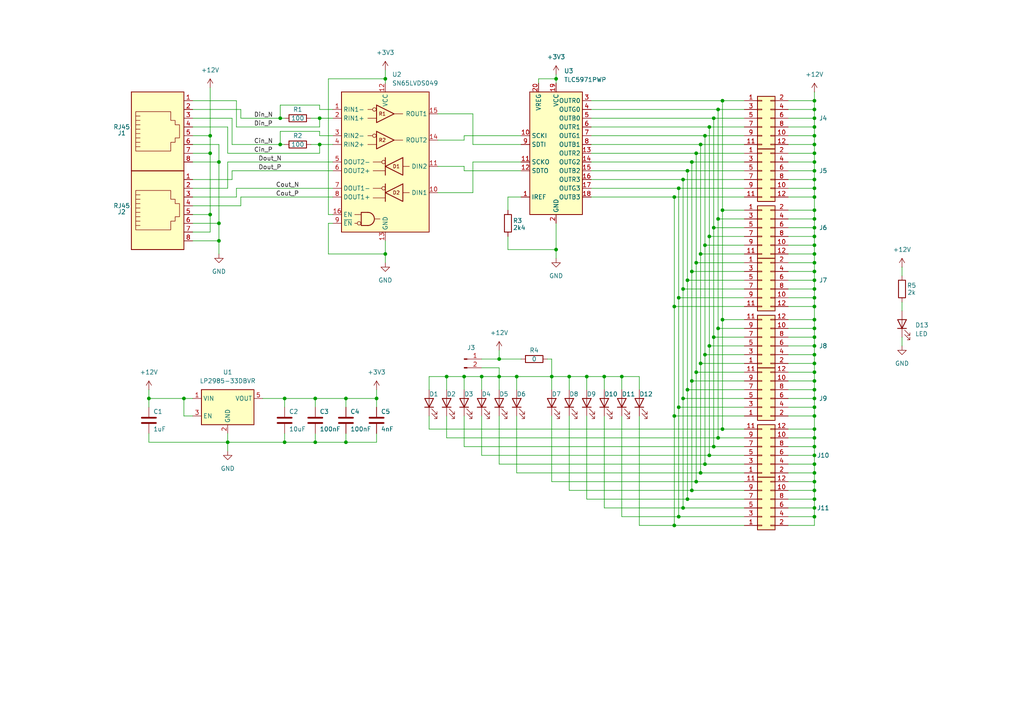
<source format=kicad_sch>
(kicad_sch (version 20231120) (generator "eeschema") (generator_version "8.0")
  (paper "A4")
  (lib_symbols
    (symbol "Connector:Conn_01x02_Pin" (pin_names (offset 1.016) hide)
      (property "Reference" "J" (at 0 2.54 0))
      (property "Value" "Conn_01x02_Pin" (at 0 -5.08 0))
      (symbol "Conn_01x02_Pin_1_1"
        (polyline (pts (xy 1.27 -2.54) (xy 0.8636 -2.54)) (stroke (width 0.1524)))
        (polyline (pts (xy 1.27 0) (xy 0.8636 0)) (stroke (width 0.1524)))
        (rectangle (start 0.8636 -2.413) (end 0 -2.667) (stroke (width 0.1524)) (fill (type outline)))
        (rectangle (start 0.8636 0.127) (end 0 -0.127) (stroke (width 0.1524)) (fill (type outline)))
        (pin passive line (at 5.08 0 180) (length 3.81) (name "Pin_1") (number "1"))
        (pin passive line (at 5.08 -2.54 180) (length 3.81) (name "Pin_2") (number "2"))
      )
    )
    (symbol "Connector:RJ45" (pin_names (offset 1.016))
      (property "Reference" "J" (at -5.08 13.97 0))
      (property "Value" "RJ45" (at 2.54 13.97 0))
      (symbol "RJ45_0_1"
        (polyline (pts (xy -5.08 4.445) (xy -6.35 4.445)))
        (polyline (pts (xy -5.08 5.715) (xy -6.35 5.715)))
        (polyline (pts (xy -6.35 -3.175) (xy -5.08 -3.175) (xy -5.08 -3.175)))
        (polyline (pts (xy -6.35 -1.905) (xy -5.08 -1.905) (xy -5.08 -1.905)))
        (polyline (pts (xy -6.35 -0.635) (xy -5.08 -0.635) (xy -5.08 -0.635)))
        (polyline (pts (xy -6.35 0.635) (xy -5.08 0.635) (xy -5.08 0.635)))
        (polyline (pts (xy -6.35 1.905) (xy -5.08 1.905) (xy -5.08 1.905)))
        (polyline (pts (xy -5.08 3.175) (xy -6.35 3.175) (xy -6.35 3.175)))
        (polyline (pts (xy -6.35 -4.445) (xy -6.35 6.985) (xy 3.81 6.985) (xy 3.81 4.445) (xy 5.08 4.445) (xy 5.08 3.175) (xy 6.35 3.175) (xy 6.35 -0.635) (xy 5.08 -0.635) (xy 5.08 -1.905) (xy 3.81 -1.905) (xy 3.81 -4.445) (xy -6.35 -4.445) (xy -6.35 -4.445)))
        (rectangle (start 7.62 12.7) (end -7.62 -10.16) (stroke (width 0.254)) (fill (type background)))
      )
      (symbol "RJ45_1_1"
        (pin passive line (at 10.16 -7.62 180) (length 2.54) (name "~") (number "1"))
        (pin passive line (at 10.16 -5.08 180) (length 2.54) (name "~") (number "2"))
        (pin passive line (at 10.16 -2.54 180) (length 2.54) (name "~") (number "3"))
        (pin passive line (at 10.16 0 180) (length 2.54) (name "~") (number "4"))
        (pin passive line (at 10.16 2.54 180) (length 2.54) (name "~") (number "5"))
        (pin passive line (at 10.16 5.08 180) (length 2.54) (name "~") (number "6"))
        (pin passive line (at 10.16 7.62 180) (length 2.54) (name "~") (number "7"))
        (pin passive line (at 10.16 10.16 180) (length 2.54) (name "~") (number "8"))
      )
    )
    (symbol "Connector_Generic:Conn_02x06_Odd_Even" (pin_names (offset 1.016) hide)
      (property "Reference" "J" (at 1.27 7.62 0))
      (property "Value" "Conn_02x06_Odd_Even" (at 1.27 -10.16 0))
      (symbol "Conn_02x06_Odd_Even_1_1"
        (rectangle (start -1.27 -7.493) (end 0 -7.747) (stroke (width 0.1524)))
        (rectangle (start -1.27 -4.953) (end 0 -5.207) (stroke (width 0.1524)))
        (rectangle (start -1.27 -2.413) (end 0 -2.667) (stroke (width 0.1524)))
        (rectangle (start -1.27 0.127) (end 0 -0.127) (stroke (width 0.1524)))
        (rectangle (start -1.27 2.667) (end 0 2.413) (stroke (width 0.1524)))
        (rectangle (start -1.27 5.207) (end 0 4.953) (stroke (width 0.1524)))
        (rectangle (start -1.27 6.35) (end 3.81 -8.89) (stroke (width 0.254)) (fill (type background)))
        (rectangle (start 3.81 -7.493) (end 2.54 -7.747) (stroke (width 0.1524)))
        (rectangle (start 3.81 -4.953) (end 2.54 -5.207) (stroke (width 0.1524)))
        (rectangle (start 3.81 -2.413) (end 2.54 -2.667) (stroke (width 0.1524)))
        (rectangle (start 3.81 0.127) (end 2.54 -0.127) (stroke (width 0.1524)))
        (rectangle (start 3.81 2.667) (end 2.54 2.413) (stroke (width 0.1524)))
        (rectangle (start 3.81 5.207) (end 2.54 4.953) (stroke (width 0.1524)))
        (pin passive line (at -5.08 5.08 0) (length 3.81) (name "Pin_1") (number "1"))
        (pin passive line (at 7.62 -5.08 180) (length 3.81) (name "Pin_10") (number "10"))
        (pin passive line (at -5.08 -7.62 0) (length 3.81) (name "Pin_11") (number "11"))
        (pin passive line (at 7.62 -7.62 180) (length 3.81) (name "Pin_12") (number "12"))
        (pin passive line (at 7.62 5.08 180) (length 3.81) (name "Pin_2") (number "2"))
        (pin passive line (at -5.08 2.54 0) (length 3.81) (name "Pin_3") (number "3"))
        (pin passive line (at 7.62 2.54 180) (length 3.81) (name "Pin_4") (number "4"))
        (pin passive line (at -5.08 0 0) (length 3.81) (name "Pin_5") (number "5"))
        (pin passive line (at 7.62 0 180) (length 3.81) (name "Pin_6") (number "6"))
        (pin passive line (at -5.08 -2.54 0) (length 3.81) (name "Pin_7") (number "7"))
        (pin passive line (at 7.62 -2.54 180) (length 3.81) (name "Pin_8") (number "8"))
        (pin passive line (at -5.08 -5.08 0) (length 3.81) (name "Pin_9") (number "9"))
      )
    )
    (symbol "Device:C" (pin_numbers hide) (pin_names (offset 0.254))
      (property "Reference" "C" (at 0.635 2.54 0))
      (property "Value" "C" (at 0.635 -2.54 0))
      (symbol "C_0_1"
        (polyline (pts (xy -2.032 -0.762) (xy 2.032 -0.762)) (stroke (width 0.508)))
        (polyline (pts (xy -2.032 0.762) (xy 2.032 0.762)) (stroke (width 0.508)))
      )
      (symbol "C_1_1"
        (pin passive line (at 0 3.81 270) (length 2.794) (name "~") (number "1"))
        (pin passive line (at 0 -3.81 90) (length 2.794) (name "~") (number "2"))
      )
    )
    (symbol "Device:LED" (pin_numbers hide) (pin_names (offset 1.016) hide)
      (property "Reference" "D" (at 0 2.54 0))
      (property "Value" "LED" (at 0 -2.54 0))
      (symbol "LED_0_1"
        (polyline (pts (xy -1.27 -1.27) (xy -1.27 1.27)) (stroke (width 0.254)))
        (polyline (pts (xy -1.27 0) (xy 1.27 0)))
        (polyline (pts (xy 1.27 -1.27) (xy 1.27 1.27) (xy -1.27 0) (xy 1.27 -1.27)) (stroke (width 0.254)))
        (polyline (pts (xy -3.048 -0.762) (xy -4.572 -2.286) (xy -3.81 -2.286) (xy -4.572 -2.286) (xy -4.572 -1.524)))
        (polyline (pts (xy -1.778 -0.762) (xy -3.302 -2.286) (xy -2.54 -2.286) (xy -3.302 -2.286) (xy -3.302 -1.524)))
      )
      (symbol "LED_1_1"
        (pin passive line (at -3.81 0 0) (length 2.54) (name "K") (number "1"))
        (pin passive line (at 3.81 0 180) (length 2.54) (name "A") (number "2"))
      )
    )
    (symbol "Device:R" (pin_numbers hide) (pin_names (offset 0))
      (property "Reference" "R" (at 2.032 0 90))
      (property "Value" "R" (at 0 0 90))
      (symbol "R_0_1"
        (rectangle (start -1.016 -2.54) (end 1.016 2.54) (stroke (width 0.254)))
      )
      (symbol "R_1_1"
        (pin passive line (at 0 3.81 270) (length 1.27) (name "~") (number "1"))
        (pin passive line (at 0 -3.81 90) (length 1.27) (name "~") (number "2"))
      )
    )
    (symbol "Driver_LED:TLC5971PWP"
      (property "Reference" "U" (at 1.27 19.05 0))
      (property "Value" "TLC5971PWP" (at 1.27 -19.05 0))
      (symbol "TLC5971PWP_0_1"
        (rectangle (start -7.62 17.78) (end 7.62 -17.78) (stroke (width 0.254)) (fill (type background)))
        (pin input line (at -10.16 5.08 0) (length 2.54) (name "SCKI") (number "10"))
        (pin open_collector line (at 10.16 0 180) (length 2.54) (name "OUTR2") (number "13"))
        (pin open_collector line (at 10.16 -2.54 180) (length 2.54) (name "OUTG2") (number "14"))
        (pin open_collector line (at 10.16 -5.08 180) (length 2.54) (name "OUTB2") (number "15"))
        (pin open_collector line (at 10.16 -7.62 180) (length 2.54) (name "OUTR3") (number "16"))
        (pin open_collector line (at 10.16 -10.16 180) (length 2.54) (name "OUTG3") (number "17"))
        (pin open_collector line (at 10.16 -12.7 180) (length 2.54) (name "OUTB3") (number "18"))
        (pin power_in line (at 0 20.32 270) (length 2.54) (name "VCC") (number "19"))
        (pin power_in line (at 0 -20.32 90) (length 2.54) (name "GND") (number "2"))
        (pin passive line (at -5.08 20.32 270) (length 2.54) (name "VREG") (number "20"))
        (pin passive line (at 0 -20.32 90) (length 2.54) hide (name "GND") (number "21"))
        (pin open_collector line (at 10.16 15.24 180) (length 2.54) (name "OUTR0") (number "3"))
        (pin open_collector line (at 10.16 12.7 180) (length 2.54) (name "OUTG0") (number "4"))
        (pin open_collector line (at 10.16 10.16 180) (length 2.54) (name "OUTB0") (number "5"))
        (pin open_collector line (at 10.16 7.62 180) (length 2.54) (name "OUTR1") (number "6"))
        (pin open_collector line (at 10.16 5.08 180) (length 2.54) (name "OUTG1") (number "7"))
        (pin open_collector line (at 10.16 2.54 180) (length 2.54) (name "OUTB1") (number "8"))
        (pin input line (at -10.16 2.54 0) (length 2.54) (name "SDTI") (number "9"))
      )
      (symbol "TLC5971PWP_1_1"
        (pin passive line (at -10.16 -12.7 0) (length 2.54) (name "IREF") (number "1"))
        (pin output line (at -10.16 -2.54 0) (length 2.54) (name "SCKO") (number "11"))
        (pin output line (at -10.16 -5.08 0) (length 2.54) (name "SDTO") (number "12"))
      )
    )
    (symbol "My_New_Library:SN65LVDS049"
      (property "Reference" "U" (at -12.7 21.59 0))
      (property "Value" "SN65LVDS049" (at 1.27 21.59 0))
      (symbol "SN65LVDS049_0_1"
        (polyline (pts (xy -3.81 7.62) (xy -5.08 7.62)))
        (polyline (pts (xy -3.81 15.24) (xy -5.08 15.24)))
        (polyline (pts (xy -2.54 5.08) (xy -5.08 5.08)))
        (polyline (pts (xy -2.54 12.7) (xy -5.08 12.7)))
        (polyline (pts (xy 2.54 6.35) (xy 5.08 6.35)))
        (polyline (pts (xy 2.54 13.97) (xy 5.08 13.97)))
      )
      (symbol "SN65LVDS049_1_0"
        (rectangle (start -12.7 20.32) (end 12.7 -20.32) (stroke (width 0.254)) (fill (type background)))
        (circle (center -7.62 -17.78) (radius 0.508))
        (circle (center -3.175 7.62) (radius 0.508))
        (circle (center -3.175 15.24) (radius 0.508))
        (circle (center -0.508 -7.62) (radius 0.508))
        (circle (center -0.508 0) (radius 0.508))
        (polyline (pts (xy -3.556 -2.54) (xy 0 -2.54)))
        (polyline (pts (xy -3.048 -16.51) (xy -1.524 -16.51)))
        (polyline (pts (xy -1.016 -7.62) (xy -3.556 -7.62)))
        (polyline (pts (xy -1.016 0) (xy -3.556 0)))
        (polyline (pts (xy 0 -10.414) (xy -3.556 -10.414)))
        (polyline (pts (xy 0 -6.35) (xy 0 -11.43)) (stroke (width 0.254)))
        (polyline (pts (xy 0 1.27) (xy 0 -3.81)) (stroke (width 0.254)))
        (polyline (pts (xy 5.08 -8.89) (xy 6.985 -8.89)))
        (polyline (pts (xy 5.08 -1.27) (xy 6.985 -1.27)))
        (text "D1" (at 3.175 -1.27 0) (effects (font (size 1.016 1.016))))
        (text "D2" (at 3.175 -8.89 0) (effects (font (size 1.016 1.016))))
        (text "R1" (at -0.889 13.97 0) (effects (font (size 1.016 1.016))))
        (text "R2" (at -0.889 6.35 0) (effects (font (size 1.016 1.016))))
      )
      (symbol "SN65LVDS049_1_1"
        (arc (start -5.08 -18.415) (mid -3.1833 -16.51) (end -5.08 -14.605) (stroke (width 0.254)))
        (polyline (pts (xy -8.89 -17.78) (xy -8.128 -17.78)))
        (polyline (pts (xy -8.89 -15.24) (xy -6.985 -15.24)))
        (polyline (pts (xy -5.08 -14.605) (xy -6.985 -14.605) (xy -6.985 -18.415) (xy -5.08 -18.415)) (stroke (width 0.254)))
        (polyline (pts (xy -2.54 8.89) (xy -2.54 3.81) (xy 2.54 6.35) (xy -2.54 8.89)) (stroke (width 0.254)))
        (polyline (pts (xy -2.54 16.51) (xy -2.54 11.43) (xy 2.54 13.97) (xy -2.54 16.51)) (stroke (width 0.254)))
        (polyline (pts (xy 5.08 -6.35) (xy 5.08 -11.43) (xy 0 -8.89) (xy 5.08 -6.35)) (stroke (width 0.254)))
        (polyline (pts (xy 5.08 1.27) (xy 5.08 -3.81) (xy 0 -1.27) (xy 5.08 1.27)) (stroke (width 0.254)))
        (pin input line (at -15.24 15.24 0) (length 2.54) (name "RIN1-") (number "1"))
        (pin input line (at 15.24 -8.89 180) (length 2.54) (name "DIN1") (number "10"))
        (pin input line (at 15.24 -1.27 180) (length 2.54) (name "DIN2") (number "11"))
        (pin power_in line (at 0 22.86 270) (length 2.54) (name "VCC") (number "12"))
        (pin power_in line (at 0 -22.86 90) (length 2.54) (name "GND") (number "13"))
        (pin output line (at 15.24 6.35 180) (length 2.54) (name "ROUT2") (number "14"))
        (pin output line (at 15.24 13.97 180) (length 2.54) (name "ROUT1") (number "15"))
        (pin input line (at -15.24 -15.24 0) (length 2.54) (name "EN") (number "16"))
        (pin input line (at -15.24 12.7 0) (length 2.54) (name "RIN1+") (number "2"))
        (pin input line (at -15.24 7.62 0) (length 2.54) (name "RIN2-") (number "3"))
        (pin input line (at -15.24 5.08 0) (length 2.54) (name "RIN2+") (number "4"))
        (pin output line (at -15.24 0 0) (length 2.54) (name "DOUT2-") (number "5"))
        (pin output line (at -15.24 -2.54 0) (length 2.54) (name "DOUT2+") (number "6"))
        (pin output line (at -15.24 -7.62 0) (length 2.54) (name "DOUT1-") (number "7"))
        (pin output line (at -15.24 -10.16 0) (length 2.54) (name "DOUT1+") (number "8"))
        (pin input line (at -15.24 -17.78 0) (length 2.54) (name "~{EN}") (number "9"))
      )
    )
    (symbol "Regulator_Linear:MIC5504-3.3YM5"
      (property "Reference" "U" (at -7.62 8.89 0))
      (property "Value" "MIC5504-3.3YM5" (at -7.62 6.35 0))
      (symbol "MIC5504-3.3YM5_0_1"
        (rectangle (start -7.62 -5.08) (end 7.62 5.08) (stroke (width 0.254)) (fill (type background)))
      )
      (symbol "MIC5504-3.3YM5_1_1"
        (pin power_in line (at -10.16 2.54 0) (length 2.54) (name "VIN") (number "1"))
        (pin power_in line (at 0 -7.62 90) (length 2.54) (name "GND") (number "2"))
        (pin input line (at -10.16 -2.54 0) (length 2.54) (name "EN") (number "3"))
        (pin no_connect line (at 7.62 -2.54 180) (length 2.54) hide (name "NC") (number "4"))
        (pin power_out line (at 10.16 2.54 180) (length 2.54) (name "VOUT") (number "5"))
      )
    )
    (symbol "power:+12V" (power) (pin_numbers hide) (pin_names (offset 0) hide)
      (property "Value" "+12V" (at 0 3.556 0))
      (symbol "+12V_0_1"
        (polyline (pts (xy -0.762 1.27) (xy 0 2.54)))
        (polyline (pts (xy 0 0) (xy 0 2.54)))
        (polyline (pts (xy 0 2.54) (xy 0.762 1.27)))
      )
      (symbol "+12V_1_1"
        (pin power_in line (at 0 0 90) (length 0) (name "~") (number "1"))
      )
    )
    (symbol "power:+3V3" (power) (pin_names (offset 0))
      (property "Value" "+3V3" (at 0 3.556 0))
      (symbol "+3V3_0_1"
        (polyline (pts (xy -0.762 1.27) (xy 0 2.54)))
        (polyline (pts (xy 0 0) (xy 0 2.54)))
        (polyline (pts (xy 0 2.54) (xy 0.762 1.27)))
      )
      (symbol "+3V3_1_1"
        (pin power_in line (at 0 0 90) (length 0) hide (name "+3V3") (number "1"))
      )
    )
    (symbol "power:GND" (power) (pin_names (offset 0))
      (property "Value" "GND" (at 0 -3.81 0))
      (symbol "GND_0_1"
        (polyline (pts (xy 0 0) (xy 0 -1.27) (xy 1.27 -1.27) (xy 0 -2.54) (xy -1.27 -1.27) (xy 0 -1.27)))
      )
      (symbol "GND_1_1"
        (pin power_in line (at 0 0 270) (length 0) hide (name "GND") (number "1"))
      )
    )
  )
  (junction (at 60.96 44.45))
  (junction (at 63.5 69.85))
  (junction (at 236.22 88.9))
  (junction (at 236.22 142.24))
  (junction (at 236.22 44.45))
  (junction (at 236.22 54.61))
  (junction (at 236.22 147.32))
  (junction (at 236.22 36.83))
  (junction (at 92.71 41.91))
  (junction (at 204.47 39.37))
  (junction (at 236.22 39.37))
  (junction (at 195.58 152.4))
  (junction (at 236.22 113.03))
  (junction (at 111.76 73.66))
  (junction (at 209.55 124.46))
  (junction (at 236.22 110.49))
  (junction (at 100.33 128.27))
  (junction (at 236.22 129.54))
  (junction (at 161.29 72.39))
  (junction (at 236.22 137.16))
  (junction (at 60.96 39.37))
  (junction (at 208.28 95.25))
  (junction (at 236.22 105.41))
  (junction (at 205.74 36.83))
  (junction (at 144.78 104.14))
  (junction (at 60.96 62.23))
  (junction (at 236.22 63.5))
  (junction (at 236.22 49.53))
  (junction (at 236.22 100.33))
  (junction (at 196.85 86.36))
  (junction (at 201.93 44.45))
  (junction (at 198.12 83.82))
  (junction (at 165.1 109.22))
  (junction (at 129.54 109.22))
  (junction (at 236.22 29.21))
  (junction (at 175.26 109.22))
  (junction (at 236.22 78.74))
  (junction (at 82.55 115.57))
  (junction (at 236.22 115.57))
  (junction (at 236.22 52.07))
  (junction (at 236.22 144.78))
  (junction (at 207.01 97.79))
  (junction (at 236.22 60.96))
  (junction (at 236.22 95.25))
  (junction (at 134.62 109.22))
  (junction (at 236.22 149.86))
  (junction (at 236.22 66.04))
  (junction (at 91.44 128.27))
  (junction (at 207.01 34.29))
  (junction (at 209.55 92.71))
  (junction (at 144.78 109.22))
  (junction (at 195.58 120.65))
  (junction (at 63.5 64.77))
  (junction (at 207.01 66.04))
  (junction (at 236.22 86.36))
  (junction (at 201.93 76.2))
  (junction (at 43.18 115.57))
  (junction (at 236.22 92.71))
  (junction (at 236.22 34.29))
  (junction (at 236.22 73.66))
  (junction (at 203.2 41.91))
  (junction (at 236.22 76.2))
  (junction (at 236.22 41.91))
  (junction (at 236.22 71.12))
  (junction (at 91.44 115.57))
  (junction (at 198.12 147.32))
  (junction (at 236.22 68.58))
  (junction (at 199.39 113.03))
  (junction (at 170.18 109.22))
  (junction (at 198.12 115.57))
  (junction (at 200.66 46.99))
  (junction (at 236.22 107.95))
  (junction (at 208.28 63.5))
  (junction (at 200.66 78.74))
  (junction (at 66.04 128.27))
  (junction (at 236.22 57.15))
  (junction (at 149.86 109.22))
  (junction (at 109.22 115.57))
  (junction (at 196.85 54.61))
  (junction (at 209.55 29.21))
  (junction (at 203.2 105.41))
  (junction (at 196.85 149.86))
  (junction (at 236.22 97.79))
  (junction (at 81.28 34.29))
  (junction (at 180.34 109.22))
  (junction (at 199.39 81.28))
  (junction (at 201.93 139.7))
  (junction (at 161.29 22.86))
  (junction (at 201.93 107.95))
  (junction (at 139.7 109.22))
  (junction (at 236.22 46.99))
  (junction (at 195.58 88.9))
  (junction (at 111.76 22.86))
  (junction (at 204.47 134.62))
  (junction (at 199.39 144.78))
  (junction (at 53.34 115.57))
  (junction (at 199.39 49.53))
  (junction (at 160.02 109.22))
  (junction (at 236.22 118.11))
  (junction (at 236.22 102.87))
  (junction (at 200.66 110.49))
  (junction (at 205.74 132.08))
  (junction (at 195.58 57.15))
  (junction (at 236.22 81.28))
  (junction (at 204.47 102.87))
  (junction (at 205.74 100.33))
  (junction (at 208.28 31.75))
  (junction (at 203.2 73.66))
  (junction (at 236.22 127))
  (junction (at 236.22 31.75))
  (junction (at 198.12 52.07))
  (junction (at 82.55 128.27))
  (junction (at 100.33 115.57))
  (junction (at 209.55 60.96))
  (junction (at 92.71 34.29))
  (junction (at 236.22 132.08))
  (junction (at 236.22 124.46))
  (junction (at 208.28 127))
  (junction (at 204.47 71.12))
  (junction (at 236.22 120.65))
  (junction (at 81.28 41.91))
  (junction (at 207.01 129.54))
  (junction (at 236.22 83.82))
  (junction (at 200.66 142.24))
  (junction (at 236.22 134.62))
  (junction (at 196.85 118.11))
  (junction (at 205.74 68.58))
  (junction (at 203.2 137.16))
  (junction (at 63.5 46.99))
  (junction (at 236.22 139.7))
  (wire (pts (xy 90.17 34.29) (xy 92.71 34.29)))
  (wire (pts (xy 228.6 132.08) (xy 236.22 132.08)))
  (wire (pts (xy 134.62 129.54) (xy 207.01 129.54)))
  (wire (pts (xy 92.71 34.29) (xy 92.71 36.83)))
  (wire (pts (xy 69.85 57.15) (xy 96.52 57.15)))
  (wire (pts (xy 180.34 109.22) (xy 185.42 109.22)))
  (wire (pts (xy 109.22 128.27) (xy 100.33 128.27)))
  (wire (pts (xy 55.88 41.91) (xy 63.5 41.91)))
  (wire (pts (xy 228.6 49.53) (xy 236.22 49.53)))
  (wire (pts (xy 67.31 49.53) (xy 67.31 52.07)))
  (wire (pts (xy 209.55 92.71) (xy 209.55 124.46)))
  (wire (pts (xy 215.9 142.24) (xy 200.66 142.24)))
  (wire (pts (xy 236.22 142.24) (xy 228.6 142.24)))
  (wire (pts (xy 160.02 139.7) (xy 201.93 139.7)))
  (wire (pts (xy 236.22 29.21) (xy 228.6 29.21)))
  (wire (pts (xy 228.6 102.87) (xy 236.22 102.87)))
  (wire (pts (xy 95.25 22.86) (xy 111.76 22.86)))
  (wire (pts (xy 149.86 109.22) (xy 160.02 109.22)))
  (wire (pts (xy 111.76 20.32) (xy 111.76 22.86)))
  (wire (pts (xy 90.17 41.91) (xy 92.71 41.91)))
  (wire (pts (xy 109.22 115.57) (xy 109.22 118.11)))
  (wire (pts (xy 215.9 66.04) (xy 207.01 66.04)))
  (wire (pts (xy 109.22 115.57) (xy 100.33 115.57)))
  (wire (pts (xy 215.9 152.4) (xy 195.58 152.4)))
  (wire (pts (xy 228.6 105.41) (xy 236.22 105.41)))
  (wire (pts (xy 43.18 125.73) (xy 43.18 128.27)))
  (wire (pts (xy 171.45 54.61) (xy 196.85 54.61)))
  (wire (pts (xy 261.62 87.63) (xy 261.62 90.17)))
  (wire (pts (xy 236.22 127) (xy 236.22 124.46)))
  (wire (pts (xy 134.62 109.22) (xy 134.62 113.03)))
  (wire (pts (xy 236.22 46.99) (xy 236.22 44.45)))
  (wire (pts (xy 236.22 113.03) (xy 236.22 110.49)))
  (wire (pts (xy 236.22 149.86) (xy 236.22 152.4)))
  (wire (pts (xy 165.1 142.24) (xy 200.66 142.24)))
  (wire (pts (xy 81.28 41.91) (xy 82.55 41.91)))
  (wire (pts (xy 134.62 48.26) (xy 134.62 49.53)))
  (wire (pts (xy 236.22 115.57) (xy 236.22 113.03)))
  (wire (pts (xy 228.6 127) (xy 236.22 127)))
  (wire (pts (xy 198.12 83.82) (xy 198.12 115.57)))
  (wire (pts (xy 236.22 66.04) (xy 228.6 66.04)))
  (wire (pts (xy 215.9 137.16) (xy 203.2 137.16)))
  (wire (pts (xy 236.22 34.29) (xy 228.6 34.29)))
  (wire (pts (xy 156.21 22.86) (xy 161.29 22.86)))
  (wire (pts (xy 205.74 68.58) (xy 205.74 100.33)))
  (wire (pts (xy 92.71 38.1) (xy 92.71 39.37)))
  (wire (pts (xy 236.22 60.96) (xy 236.22 57.15)))
  (wire (pts (xy 215.9 132.08) (xy 205.74 132.08)))
  (wire (pts (xy 170.18 144.78) (xy 199.39 144.78)))
  (wire (pts (xy 196.85 118.11) (xy 196.85 149.86)))
  (wire (pts (xy 215.9 60.96) (xy 209.55 60.96)))
  (wire (pts (xy 236.22 57.15) (xy 236.22 54.61)))
  (wire (pts (xy 228.6 95.25) (xy 236.22 95.25)))
  (wire (pts (xy 196.85 86.36) (xy 196.85 118.11)))
  (wire (pts (xy 236.22 144.78) (xy 236.22 147.32)))
  (wire (pts (xy 236.22 110.49) (xy 236.22 107.95)))
  (wire (pts (xy 171.45 49.53) (xy 199.39 49.53)))
  (wire (pts (xy 205.74 68.58) (xy 205.74 36.83)))
  (wire (pts (xy 95.25 62.23) (xy 95.25 22.86)))
  (wire (pts (xy 76.2 115.57) (xy 82.55 115.57)))
  (wire (pts (xy 236.22 144.78) (xy 228.6 144.78)))
  (wire (pts (xy 228.6 124.46) (xy 236.22 124.46)))
  (wire (pts (xy 147.32 68.58) (xy 147.32 72.39)))
  (wire (pts (xy 200.66 110.49) (xy 200.66 142.24)))
  (wire (pts (xy 228.6 97.79) (xy 236.22 97.79)))
  (wire (pts (xy 185.42 109.22) (xy 185.42 113.03)))
  (wire (pts (xy 215.9 71.12) (xy 204.47 71.12)))
  (wire (pts (xy 55.88 120.65) (xy 53.34 120.65)))
  (wire (pts (xy 236.22 139.7) (xy 228.6 139.7)))
  (wire (pts (xy 67.31 41.91) (xy 81.28 41.91)))
  (wire (pts (xy 228.6 54.61) (xy 236.22 54.61)))
  (wire (pts (xy 236.22 73.66) (xy 236.22 71.12)))
  (wire (pts (xy 144.78 101.6) (xy 144.78 104.14)))
  (wire (pts (xy 55.88 69.85) (xy 63.5 69.85)))
  (wire (pts (xy 215.9 100.33) (xy 205.74 100.33)))
  (wire (pts (xy 236.22 124.46) (xy 236.22 120.65)))
  (wire (pts (xy 236.22 71.12) (xy 236.22 68.58)))
  (wire (pts (xy 55.88 62.23) (xy 60.96 62.23)))
  (wire (pts (xy 147.32 72.39) (xy 161.29 72.39)))
  (wire (pts (xy 215.9 63.5) (xy 208.28 63.5)))
  (wire (pts (xy 53.34 115.57) (xy 55.88 115.57)))
  (wire (pts (xy 137.16 41.91) (xy 151.13 41.91)))
  (wire (pts (xy 165.1 109.22) (xy 165.1 113.03)))
  (wire (pts (xy 91.44 115.57) (xy 91.44 118.11)))
  (wire (pts (xy 205.74 36.83) (xy 215.9 36.83)))
  (wire (pts (xy 63.5 46.99) (xy 63.5 64.77)))
  (wire (pts (xy 236.22 149.86) (xy 228.6 149.86)))
  (wire (pts (xy 215.9 105.41) (xy 203.2 105.41)))
  (wire (pts (xy 175.26 120.65) (xy 175.26 147.32)))
  (wire (pts (xy 195.58 120.65) (xy 195.58 152.4)))
  (wire (pts (xy 92.71 31.75) (xy 96.52 31.75)))
  (wire (pts (xy 158.75 104.14) (xy 160.02 104.14)))
  (wire (pts (xy 236.22 118.11) (xy 228.6 118.11)))
  (wire (pts (xy 55.88 46.99) (xy 63.5 46.99)))
  (wire (pts (xy 81.28 30.48) (xy 92.71 30.48)))
  (wire (pts (xy 236.22 36.83) (xy 236.22 34.29)))
  (wire (pts (xy 204.47 39.37) (xy 215.9 39.37)))
  (wire (pts (xy 109.22 113.03) (xy 109.22 115.57)))
  (wire (pts (xy 215.9 78.74) (xy 200.66 78.74)))
  (wire (pts (xy 82.55 115.57) (xy 82.55 118.11)))
  (wire (pts (xy 171.45 36.83) (xy 205.74 36.83)))
  (wire (pts (xy 144.78 120.65) (xy 144.78 134.62)))
  (wire (pts (xy 160.02 104.14) (xy 160.02 109.22)))
  (wire (pts (xy 66.04 128.27) (xy 66.04 130.81)))
  (wire (pts (xy 55.88 44.45) (xy 60.96 44.45)))
  (wire (pts (xy 67.31 49.53) (xy 96.52 49.53)))
  (wire (pts (xy 236.22 78.74) (xy 236.22 76.2)))
  (wire (pts (xy 236.22 44.45) (xy 236.22 41.91)))
  (wire (pts (xy 236.22 41.91) (xy 236.22 39.37)))
  (wire (pts (xy 236.22 137.16) (xy 236.22 139.7)))
  (wire (pts (xy 53.34 120.65) (xy 53.34 115.57)))
  (wire (pts (xy 209.55 60.96) (xy 209.55 92.71)))
  (wire (pts (xy 236.22 31.75) (xy 236.22 29.21)))
  (wire (pts (xy 43.18 115.57) (xy 53.34 115.57)))
  (wire (pts (xy 66.04 36.83) (xy 66.04 44.45)))
  (wire (pts (xy 215.9 118.11) (xy 196.85 118.11)))
  (wire (pts (xy 151.13 57.15) (xy 147.32 57.15)))
  (wire (pts (xy 236.22 26.67) (xy 236.22 29.21)))
  (wire (pts (xy 208.28 31.75) (xy 215.9 31.75)))
  (wire (pts (xy 215.9 110.49) (xy 200.66 110.49)))
  (wire (pts (xy 92.71 30.48) (xy 92.71 31.75)))
  (wire (pts (xy 68.58 29.21) (xy 68.58 36.83)))
  (wire (pts (xy 236.22 39.37) (xy 228.6 39.37)))
  (wire (pts (xy 228.6 86.36) (xy 236.22 86.36)))
  (wire (pts (xy 228.6 76.2) (xy 236.22 76.2)))
  (wire (pts (xy 236.22 107.95) (xy 228.6 107.95)))
  (wire (pts (xy 55.88 54.61) (xy 66.04 54.61)))
  (wire (pts (xy 236.22 132.08) (xy 236.22 129.54)))
  (wire (pts (xy 144.78 106.68) (xy 144.78 109.22)))
  (wire (pts (xy 215.9 120.65) (xy 195.58 120.65)))
  (wire (pts (xy 111.76 22.86) (xy 111.76 24.13)))
  (wire (pts (xy 236.22 110.49) (xy 228.6 110.49)))
  (wire (pts (xy 236.22 71.12) (xy 228.6 71.12)))
  (wire (pts (xy 228.6 52.07) (xy 236.22 52.07)))
  (wire (pts (xy 261.62 77.47) (xy 261.62 80.01)))
  (wire (pts (xy 236.22 63.5) (xy 236.22 60.96)))
  (wire (pts (xy 139.7 109.22) (xy 144.78 109.22)))
  (wire (pts (xy 161.29 64.77) (xy 161.29 72.39)))
  (wire (pts (xy 215.9 115.57) (xy 198.12 115.57)))
  (wire (pts (xy 208.28 95.25) (xy 208.28 127)))
  (wire (pts (xy 204.47 71.12) (xy 204.47 102.87)))
  (wire (pts (xy 134.62 120.65) (xy 134.62 129.54)))
  (wire (pts (xy 236.22 88.9) (xy 236.22 92.71)))
  (wire (pts (xy 127 48.26) (xy 134.62 48.26)))
  (wire (pts (xy 236.22 95.25) (xy 236.22 92.71)))
  (wire (pts (xy 203.2 41.91) (xy 215.9 41.91)))
  (wire (pts (xy 215.9 81.28) (xy 199.39 81.28)))
  (wire (pts (xy 236.22 139.7) (xy 236.22 142.24)))
  (wire (pts (xy 180.34 109.22) (xy 180.34 113.03)))
  (wire (pts (xy 236.22 34.29) (xy 236.22 31.75)))
  (wire (pts (xy 236.22 49.53) (xy 236.22 46.99)))
  (wire (pts (xy 91.44 128.27) (xy 100.33 128.27)))
  (wire (pts (xy 236.22 97.79) (xy 236.22 95.25)))
  (wire (pts (xy 200.66 78.74) (xy 200.66 110.49)))
  (wire (pts (xy 236.22 118.11) (xy 236.22 115.57)))
  (wire (pts (xy 171.45 41.91) (xy 203.2 41.91)))
  (wire (pts (xy 228.6 88.9) (xy 236.22 88.9)))
  (wire (pts (xy 81.28 34.29) (xy 81.28 30.48)))
  (wire (pts (xy 171.45 44.45) (xy 201.93 44.45)))
  (wire (pts (xy 129.54 109.22) (xy 129.54 113.03)))
  (wire (pts (xy 236.22 142.24) (xy 236.22 144.78)))
  (wire (pts (xy 215.9 92.71) (xy 209.55 92.71)))
  (wire (pts (xy 175.26 147.32) (xy 198.12 147.32)))
  (wire (pts (xy 149.86 120.65) (xy 149.86 137.16)))
  (wire (pts (xy 55.88 57.15) (xy 68.58 57.15)))
  (wire (pts (xy 111.76 73.66) (xy 111.76 76.2)))
  (wire (pts (xy 175.26 109.22) (xy 180.34 109.22)))
  (wire (pts (xy 236.22 68.58) (xy 236.22 66.04)))
  (wire (pts (xy 171.45 34.29) (xy 207.01 34.29)))
  (wire (pts (xy 200.66 78.74) (xy 200.66 46.99)))
  (wire (pts (xy 261.62 97.79) (xy 261.62 100.33)))
  (wire (pts (xy 139.7 106.68) (xy 144.78 106.68)))
  (wire (pts (xy 175.26 109.22) (xy 175.26 113.03)))
  (wire (pts (xy 215.9 127) (xy 208.28 127)))
  (wire (pts (xy 215.9 76.2) (xy 201.93 76.2)))
  (wire (pts (xy 129.54 120.65) (xy 129.54 127)))
  (wire (pts (xy 236.22 76.2) (xy 236.22 73.66)))
  (wire (pts (xy 201.93 44.45) (xy 215.9 44.45)))
  (wire (pts (xy 228.6 134.62) (xy 236.22 134.62)))
  (wire (pts (xy 66.04 44.45) (xy 92.71 44.45)))
  (wire (pts (xy 196.85 54.61) (xy 215.9 54.61)))
  (wire (pts (xy 151.13 46.99) (xy 137.16 46.99)))
  (wire (pts (xy 228.6 57.15) (xy 236.22 57.15)))
  (wire (pts (xy 60.96 25.4) (xy 60.96 39.37)))
  (wire (pts (xy 209.55 29.21) (xy 215.9 29.21)))
  (wire (pts (xy 195.58 57.15) (xy 215.9 57.15)))
  (wire (pts (xy 215.9 68.58) (xy 205.74 68.58)))
  (wire (pts (xy 236.22 129.54) (xy 236.22 127)))
  (wire (pts (xy 109.22 125.73) (xy 109.22 128.27)))
  (wire (pts (xy 124.46 109.22) (xy 129.54 109.22)))
  (wire (pts (xy 63.5 69.85) (xy 63.5 73.66)))
  (wire (pts (xy 228.6 152.4) (xy 236.22 152.4)))
  (wire (pts (xy 236.22 134.62) (xy 236.22 132.08)))
  (wire (pts (xy 139.7 132.08) (xy 205.74 132.08)))
  (wire (pts (xy 91.44 128.27) (xy 82.55 128.27)))
  (wire (pts (xy 199.39 49.53) (xy 215.9 49.53)))
  (wire (pts (xy 124.46 120.65) (xy 124.46 124.46)))
  (wire (pts (xy 209.55 60.96) (xy 209.55 29.21)))
  (wire (pts (xy 66.04 128.27) (xy 82.55 128.27)))
  (wire (pts (xy 149.86 137.16) (xy 203.2 137.16)))
  (wire (pts (xy 55.88 29.21) (xy 68.58 29.21)))
  (wire (pts (xy 67.31 34.29) (xy 67.31 41.91)))
  (wire (pts (xy 228.6 46.99) (xy 236.22 46.99)))
  (wire (pts (xy 215.9 88.9) (xy 195.58 88.9)))
  (wire (pts (xy 228.6 83.82) (xy 236.22 83.82)))
  (wire (pts (xy 95.25 64.77) (xy 95.25 73.66)))
  (wire (pts (xy 236.22 147.32) (xy 236.22 149.86)))
  (wire (pts (xy 55.88 39.37) (xy 60.96 39.37)))
  (wire (pts (xy 92.71 34.29) (xy 96.52 34.29)))
  (wire (pts (xy 215.9 124.46) (xy 209.55 124.46)))
  (wire (pts (xy 66.04 125.73) (xy 66.04 128.27)))
  (wire (pts (xy 60.96 62.23) (xy 60.96 44.45)))
  (wire (pts (xy 137.16 33.02) (xy 137.16 41.91)))
  (wire (pts (xy 201.93 76.2) (xy 201.93 107.95)))
  (wire (pts (xy 149.86 109.22) (xy 149.86 113.03)))
  (wire (pts (xy 160.02 120.65) (xy 160.02 139.7)))
  (wire (pts (xy 161.29 72.39) (xy 161.29 74.93)))
  (wire (pts (xy 139.7 120.65) (xy 139.7 132.08)))
  (wire (pts (xy 147.32 57.15) (xy 147.32 60.96)))
  (wire (pts (xy 92.71 39.37) (xy 96.52 39.37)))
  (wire (pts (xy 215.9 144.78) (xy 199.39 144.78)))
  (wire (pts (xy 144.78 104.14) (xy 151.13 104.14)))
  (wire (pts (xy 96.52 64.77) (xy 95.25 64.77)))
  (wire (pts (xy 127 40.64) (xy 134.62 40.64)))
  (wire (pts (xy 171.45 57.15) (xy 195.58 57.15)))
  (wire (pts (xy 228.6 129.54) (xy 236.22 129.54)))
  (wire (pts (xy 68.58 54.61) (xy 96.52 54.61)))
  (wire (pts (xy 195.58 88.9) (xy 195.58 57.15)))
  (wire (pts (xy 203.2 105.41) (xy 203.2 137.16)))
  (wire (pts (xy 195.58 88.9) (xy 195.58 120.65)))
  (wire (pts (xy 81.28 34.29) (xy 82.55 34.29)))
  (wire (pts (xy 171.45 46.99) (xy 200.66 46.99)))
  (wire (pts (xy 63.5 41.91) (xy 63.5 46.99)))
  (wire (pts (xy 236.22 73.66) (xy 228.6 73.66)))
  (wire (pts (xy 215.9 107.95) (xy 201.93 107.95)))
  (wire (pts (xy 68.58 57.15) (xy 68.58 54.61)))
  (wire (pts (xy 236.22 31.75) (xy 228.6 31.75)))
  (wire (pts (xy 208.28 63.5) (xy 208.28 31.75)))
  (wire (pts (xy 127 33.02) (xy 137.16 33.02)))
  (wire (pts (xy 171.45 52.07) (xy 198.12 52.07)))
  (wire (pts (xy 185.42 152.4) (xy 195.58 152.4)))
  (wire (pts (xy 55.88 31.75) (xy 69.85 31.75)))
  (wire (pts (xy 139.7 104.14) (xy 144.78 104.14)))
  (wire (pts (xy 236.22 60.96) (xy 228.6 60.96)))
  (wire (pts (xy 228.6 92.71) (xy 236.22 92.71)))
  (wire (pts (xy 129.54 109.22) (xy 134.62 109.22)))
  (wire (pts (xy 215.9 102.87) (xy 204.47 102.87)))
  (wire (pts (xy 82.55 115.57) (xy 91.44 115.57)))
  (wire (pts (xy 170.18 109.22) (xy 175.26 109.22)))
  (wire (pts (xy 236.22 54.61) (xy 236.22 52.07)))
  (wire (pts (xy 200.66 46.99) (xy 215.9 46.99)))
  (wire (pts (xy 236.22 147.32) (xy 228.6 147.32)))
  (wire (pts (xy 236.22 137.16) (xy 236.22 134.62)))
  (wire (pts (xy 66.04 46.99) (xy 66.04 54.61)))
  (wire (pts (xy 236.22 107.95) (xy 236.22 105.41)))
  (wire (pts (xy 236.22 41.91) (xy 228.6 41.91)))
  (wire (pts (xy 60.96 39.37) (xy 60.96 44.45)))
  (wire (pts (xy 236.22 113.03) (xy 228.6 113.03)))
  (wire (pts (xy 236.22 39.37) (xy 236.22 36.83)))
  (wire (pts (xy 198.12 115.57) (xy 198.12 147.32)))
  (wire (pts (xy 180.34 149.86) (xy 196.85 149.86)))
  (wire (pts (xy 199.39 113.03) (xy 199.39 144.78)))
  (wire (pts (xy 215.9 149.86) (xy 196.85 149.86)))
  (wire (pts (xy 215.9 113.03) (xy 199.39 113.03)))
  (wire (pts (xy 92.71 41.91) (xy 92.71 44.45)))
  (wire (pts (xy 43.18 128.27) (xy 66.04 128.27)))
  (wire (pts (xy 215.9 147.32) (xy 198.12 147.32)))
  (wire (pts (xy 134.62 109.22) (xy 139.7 109.22)))
  (wire (pts (xy 68.58 36.83) (xy 92.71 36.83)))
  (wire (pts (xy 228.6 78.74) (xy 236.22 78.74)))
  (wire (pts (xy 60.96 67.31) (xy 60.96 62.23)))
  (wire (pts (xy 161.29 21.59) (xy 161.29 22.86)))
  (wire (pts (xy 198.12 83.82) (xy 198.12 52.07)))
  (wire (pts (xy 201.93 76.2) (xy 201.93 44.45)))
  (wire (pts (xy 165.1 120.65) (xy 165.1 142.24)))
  (wire (pts (xy 156.21 24.13) (xy 156.21 22.86)))
  (wire (pts (xy 171.45 39.37) (xy 204.47 39.37)))
  (wire (pts (xy 55.88 59.69) (xy 69.85 59.69)))
  (wire (pts (xy 95.25 73.66) (xy 111.76 73.66)))
  (wire (pts (xy 165.1 109.22) (xy 160.02 109.22)))
  (wire (pts (xy 228.6 44.45) (xy 236.22 44.45)))
  (wire (pts (xy 55.88 67.31) (xy 60.96 67.31)))
  (wire (pts (xy 236.22 120.65) (xy 228.6 120.65)))
  (wire (pts (xy 151.13 39.37) (xy 134.62 39.37)))
  (wire (pts (xy 91.44 115.57) (xy 100.33 115.57)))
  (wire (pts (xy 63.5 64.77) (xy 63.5 69.85)))
  (wire (pts (xy 171.45 31.75) (xy 208.28 31.75)))
  (wire (pts (xy 203.2 73.66) (xy 203.2 105.41)))
  (wire (pts (xy 201.93 107.95) (xy 201.93 139.7)))
  (wire (pts (xy 215.9 86.36) (xy 196.85 86.36)))
  (wire (pts (xy 236.22 88.9) (xy 236.22 86.36)))
  (wire (pts (xy 208.28 63.5) (xy 208.28 95.25)))
  (wire (pts (xy 180.34 120.65) (xy 180.34 149.86)))
  (wire (pts (xy 92.71 41.91) (xy 96.52 41.91)))
  (wire (pts (xy 215.9 97.79) (xy 207.01 97.79)))
  (wire (pts (xy 81.28 38.1) (xy 92.71 38.1)))
  (wire (pts (xy 228.6 81.28) (xy 236.22 81.28)))
  (wire (pts (xy 165.1 109.22) (xy 170.18 109.22)))
  (wire (pts (xy 144.78 134.62) (xy 204.47 134.62)))
  (wire (pts (xy 160.02 109.22) (xy 160.02 113.03)))
  (wire (pts (xy 100.33 115.57) (xy 100.33 118.11)))
  (wire (pts (xy 236.22 52.07) (xy 236.22 49.53)))
  (wire (pts (xy 137.16 55.88) (xy 127 55.88)))
  (wire (pts (xy 66.04 46.99) (xy 96.52 46.99)))
  (wire (pts (xy 170.18 120.65) (xy 170.18 144.78)))
  (wire (pts (xy 236.22 115.57) (xy 228.6 115.57)))
  (wire (pts (xy 139.7 109.22) (xy 139.7 113.03)))
  (wire (pts (xy 207.01 97.79) (xy 207.01 129.54)))
  (wire (pts (xy 134.62 49.53) (xy 151.13 49.53)))
  (wire (pts (xy 144.78 109.22) (xy 144.78 113.03)))
  (wire (pts (xy 91.44 125.73) (xy 91.44 128.27)))
  (wire (pts (xy 236.22 81.28) (xy 236.22 78.74)))
  (wire (pts (xy 215.9 83.82) (xy 198.12 83.82)))
  (wire (pts (xy 207.01 66.04) (xy 207.01 34.29)))
  (wire (pts (xy 198.12 52.07) (xy 215.9 52.07)))
  (wire (pts (xy 203.2 73.66) (xy 203.2 41.91)))
  (wire (pts (xy 137.16 46.99) (xy 137.16 55.88)))
  (wire (pts (xy 215.9 139.7) (xy 201.93 139.7)))
  (wire (pts (xy 81.28 41.91) (xy 81.28 38.1)))
  (wire (pts (xy 215.9 95.25) (xy 208.28 95.25)))
  (wire (pts (xy 199.39 81.28) (xy 199.39 49.53)))
  (wire (pts (xy 236.22 36.83) (xy 228.6 36.83)))
  (wire (pts (xy 205.74 100.33) (xy 205.74 132.08)))
  (wire (pts (xy 236.22 102.87) (xy 236.22 100.33)))
  (wire (pts (xy 228.6 137.16) (xy 236.22 137.16)))
  (wire (pts (xy 199.39 81.28) (xy 199.39 113.03)))
  (wire (pts (xy 82.55 125.73) (xy 82.55 128.27)))
  (wire (pts (xy 124.46 124.46) (xy 209.55 124.46)))
  (wire (pts (xy 55.88 36.83) (xy 66.04 36.83)))
  (wire (pts (xy 204.47 71.12) (xy 204.47 39.37)))
  (wire (pts (xy 144.78 109.22) (xy 149.86 109.22)))
  (wire (pts (xy 134.62 39.37) (xy 134.62 40.64)))
  (wire (pts (xy 228.6 100.33) (xy 236.22 100.33)))
  (wire (pts (xy 100.33 125.73) (xy 100.33 128.27)))
  (wire (pts (xy 111.76 69.85) (xy 111.76 73.66)))
  (wire (pts (xy 204.47 102.87) (xy 204.47 134.62)))
  (wire (pts (xy 196.85 86.36) (xy 196.85 54.61)))
  (wire (pts (xy 95.25 62.23) (xy 96.52 62.23)))
  (wire (pts (xy 236.22 120.65) (xy 236.22 118.11)))
  (wire (pts (xy 215.9 134.62) (xy 204.47 134.62)))
  (wire (pts (xy 171.45 29.21) (xy 209.55 29.21)))
  (wire (pts (xy 207.01 34.29) (xy 215.9 34.29)))
  (wire (pts (xy 161.29 22.86) (xy 161.29 24.13)))
  (wire (pts (xy 55.88 52.07) (xy 67.31 52.07)))
  (wire (pts (xy 185.42 120.65) (xy 185.42 152.4)))
  (wire (pts (xy 43.18 113.03) (xy 43.18 115.57)))
  (wire (pts (xy 43.18 115.57) (xy 43.18 118.11)))
  (wire (pts (xy 55.88 34.29) (xy 67.31 34.29)))
  (wire (pts (xy 69.85 57.15) (xy 69.85 59.69)))
  (wire (pts (xy 236.22 83.82) (xy 236.22 81.28)))
  (wire (pts (xy 69.85 31.75) (xy 69.85 34.29)))
  (wire (pts (xy 236.22 105.41) (xy 236.22 102.87)))
  (wire (pts (xy 236.22 100.33) (xy 236.22 97.79)))
  (wire (pts (xy 207.01 66.04) (xy 207.01 97.79)))
  (wire (pts (xy 236.22 86.36) (xy 236.22 83.82)))
  (wire (pts (xy 236.22 66.04) (xy 236.22 63.5)))
  (wire (pts (xy 215.9 73.66) (xy 203.2 73.66)))
  (wire (pts (xy 170.18 109.22) (xy 170.18 113.03)))
  (wire (pts (xy 124.46 109.22) (xy 124.46 113.03)))
  (wire (pts (xy 236.22 68.58) (xy 228.6 68.58)))
  (wire (pts (xy 236.22 63.5) (xy 228.6 63.5)))
  (wire (pts (xy 215.9 129.54) (xy 207.01 129.54)))
  (wire (pts (xy 129.54 127) (xy 208.28 127)))
  (wire (pts (xy 55.88 64.77) (xy 63.5 64.77)))
  (wire (pts (xy 69.85 34.29) (xy 81.28 34.29)))
  (label "Dout_N" (at 74.93 46.99 0))
  (label "Din_P" (at 73.66 36.83 0))
  (label "Cout_N" (at 80.01 54.61 0))
  (label "Dout_P" (at 74.93 49.53 0))
  (label "Din_N" (at 73.66 34.29 0))
  (label "Cin_N" (at 73.66 41.91 0))
  (label "Cout_P" (at 80.01 57.15 0))
  (label "Cin_P" (at 73.66 44.45 0))
  (symbol (lib_id "Device:C") (at 82.55 121.92 0) (unit 1)
    (property "Reference" "C2" (at 83.82 119.38 0) (effects (justify left)))
    (property "Value" "10uF" (at 83.82 124.46 0) (effects (justify left)))
    (property "Footprint" "Capacitor_SMD:C_0805_2012Metric" (effects (hide yes)))
  )
  (symbol (lib_id "Device:R") (at 147.32 64.77 0) (unit 1)
    (property "Reference" "R3" (at 150.114 64.008 0))
    (property "Value" "2k4" (at 150.622 66.04 0))
    (property "Footprint" "Resistor_SMD:R_0805_2012Metric" (effects (hide yes)))
  )
  (symbol (lib_id "Connector_Generic:Conn_02x06_Odd_Even") (at 220.98 66.04 0) (unit 1)
    (property "Reference" "J6" (at 238.76 66.04 0))
    (property "Value" "Conn_02x06_Odd_Even" (effects (hide yes)))
    (property "Footprint" "Connector_PinHeader_2.54mm:PinHeader_2x06_P2.54mm_Vertical" (effects (hide yes)))
  )
  (symbol (lib_id "power:+3V3") (at 111.76 20.32 0) (unit 1)
    (property "Reference" "#PWR06" (effects (hide yes)))
    (property "Value" "+3V3" (at 111.76 15.24 0))
  )
  (symbol (lib_id "Device:LED") (at 261.62 93.98 90) (unit 1)
    (property "Reference" "D13" (at 265.43 94.2975 90) (effects (justify right)))
    (property "Value" "LED" (at 265.43 96.8375 90) (effects (justify right)))
    (property "Footprint" "LED_SMD:LED_0805_2012Metric" (effects (hide yes)))
  )
  (symbol (lib_id "My_New_Library:SN65LVDS049") (at 111.76 46.99 0) (unit 1)
    (property "Reference" "U2" (at 113.7159 21.59 0) (effects (justify left)))
    (property "Value" "SN65LVDS049" (at 113.7159 24.13 0) (effects (justify left)))
    (property "Footprint" "Package_SO:TSSOP-16_4.4x5mm_P0.65mm" (effects (hide yes)))
    (property "Datasheet" "http://www.ti.com/lit/ds/symlink/sn65lvds049.pdf" (effects (hide yes)))
  )
  (symbol (lib_id "Device:LED") (at 129.54 116.84 90) (unit 1)
    (property "Reference" "D2" (at 129.54 114.3 90) (effects (justify right)))
    (property "Value" "LED" (effects (hide yes)))
    (property "Footprint" "LED_SMD:LED_0805_2012Metric" (effects (hide yes)))
  )
  (symbol (lib_id "Connector_Generic:Conn_02x06_Odd_Even") (at 220.98 147.32 0) (mirror x) (unit 1)
    (property "Reference" "J11" (at 238.76 147.32 0))
    (property "Value" "Conn_02x06_Odd_Even" (effects (hide yes)))
    (property "Footprint" "Connector_PinHeader_2.54mm:PinHeader_2x06_P2.54mm_Vertical" (effects (hide yes)))
  )
  (symbol (lib_id "Connector_Generic:Conn_02x06_Odd_Even") (at 220.98 34.29 0) (unit 1)
    (property "Reference" "J4" (at 238.76 34.29 0))
    (property "Value" "Conn_02x06_Odd_Even" (effects (hide yes)))
    (property "Footprint" "Connector_PinHeader_2.54mm:PinHeader_2x06_P2.54mm_Vertical" (effects (hide yes)))
  )
  (symbol (lib_id "power:+3V3") (at 161.29 21.59 0) (unit 1)
    (property "Reference" "#PWR09" (effects (hide yes)))
    (property "Value" "+3V3" (at 161.29 16.51 0))
  )
  (symbol (lib_id "Device:LED") (at 180.34 116.84 90) (unit 1)
    (property "Reference" "D11" (at 180.34 114.3 90) (effects (justify right)))
    (property "Value" "LED" (effects (hide yes)))
    (property "Footprint" "LED_SMD:LED_0805_2012Metric" (effects (hide yes)))
  )
  (symbol (lib_id "power:+12V") (at 43.18 113.03 0) (unit 1)
    (property "Reference" "#PWR01" (effects (hide yes)))
    (property "Value" "+12V" (at 43.18 107.95 0))
    (property "Description" "Power symbol creates a global label with name \"+12V\"" (effects (hide yes)))
  )
  (symbol (lib_id "Connector_Generic:Conn_02x06_Odd_Even") (at 220.98 81.28 0) (unit 1)
    (property "Reference" "J7" (at 238.76 81.28 0))
    (property "Value" "Conn_02x06_Odd_Even" (effects (hide yes)))
    (property "Footprint" "Connector_PinHeader_2.54mm:PinHeader_2x06_P2.54mm_Vertical" (effects (hide yes)))
  )
  (symbol (lib_id "Connector_Generic:Conn_02x06_Odd_Even") (at 220.98 132.08 0) (mirror x) (unit 1)
    (property "Reference" "J10" (at 238.76 132.08 0))
    (property "Value" "Conn_02x06_Odd_Even" (effects (hide yes)))
    (property "Footprint" "Connector_PinHeader_2.54mm:PinHeader_2x06_P2.54mm_Vertical" (effects (hide yes)))
  )
  (symbol (lib_id "Device:C") (at 100.33 121.92 0) (unit 1)
    (property "Reference" "C4" (at 101.6 119.38 0) (effects (justify left)))
    (property "Value" "100nF" (at 101.6 124.46 0) (effects (justify left)))
    (property "Footprint" "Capacitor_SMD:C_0805_2012Metric" (effects (hide yes)))
  )
  (symbol (lib_id "Device:LED") (at 175.26 116.84 90) (unit 1)
    (property "Reference" "D10" (at 175.26 114.3 90) (effects (justify right)))
    (property "Value" "LED" (effects (hide yes)))
    (property "Footprint" "LED_SMD:LED_0805_2012Metric" (effects (hide yes)))
  )
  (symbol (lib_id "Device:C") (at 91.44 121.92 0) (unit 1)
    (property "Reference" "C3" (at 92.71 119.38 0) (effects (justify left)))
    (property "Value" "100nF" (at 92.71 124.46 0) (effects (justify left)))
    (property "Footprint" "Capacitor_SMD:C_0805_2012Metric" (effects (hide yes)))
  )
  (symbol (lib_id "Device:R") (at 261.62 83.82 0) (unit 1)
    (property "Reference" "R5" (at 264.414 82.804 0))
    (property "Value" "2k" (at 264.414 84.836 0))
    (property "Footprint" "Resistor_SMD:R_0805_2012Metric" (effects (hide yes)))
  )
  (symbol (lib_id "Device:LED") (at 160.02 116.84 90) (unit 1)
    (property "Reference" "D7" (at 160.02 114.3 90) (effects (justify right)))
    (property "Value" "LED" (effects (hide yes)))
    (property "Footprint" "LED_SMD:LED_0805_2012Metric" (effects (hide yes)))
  )
  (symbol (lib_id "Connector_Generic:Conn_02x06_Odd_Even") (at 220.98 100.33 0) (mirror x) (unit 1)
    (property "Reference" "J8" (at 238.76 100.33 0))
    (property "Value" "Conn_02x06_Odd_Even" (effects (hide yes)))
    (property "Footprint" "Connector_PinHeader_2.54mm:PinHeader_2x06_P2.54mm_Vertical" (effects (hide yes)))
  )
  (symbol (lib_id "power:+12V") (at 261.62 77.47 0) (unit 1)
    (property "Reference" "#PWR012" (effects (hide yes)))
    (property "Value" "+12V" (at 261.62 72.39 0))
    (property "Description" "Power symbol creates a global label with name \"+12V\"" (effects (hide yes)))
  )
  (symbol (lib_id "Connector:Conn_01x02_Pin") (at 134.62 104.14 0) (unit 1)
    (property "Reference" "J3" (at 136.652 100.838 0))
    (property "Value" "Conn_01x02_Pin" (effects (hide yes)))
    (property "Footprint" "Connector_PinSocket_2.54mm:PinSocket_1x02_P2.54mm_Vertical" (effects (hide yes)))
    (property "Description" "Generic connector, single row, 01x02, script generated" (effects (hide yes)))
  )
  (symbol (lib_id "Connector:RJ45") (at 45.72 59.69 0) (mirror x) (unit 1)
    (property "Reference" "J2" (at 35.306 61.468 0))
    (property "Value" "RJ45" (at 35.306 59.69 0))
    (property "Footprint" "Connector_RJ:RJ45_Amphenol_54602-x08_Horizontal" (effects (hide yes)))
    (property "Description" "RJ connector, 8P8C (8 positions 8 connected)" (effects (hide yes)))
  )
  (symbol (lib_id "Device:R") (at 154.94 104.14 270) (unit 1)
    (property "Reference" "R4" (at 154.94 101.6 90))
    (property "Value" "0" (at 154.94 104.14 90))
    (property "Footprint" "Resistor_SMD:R_0805_2012Metric" (effects (hide yes)))
  )
  (symbol (lib_id "power:+12V") (at 236.22 26.67 0) (unit 1)
    (property "Reference" "#PWR011" (effects (hide yes)))
    (property "Value" "+12V" (at 236.22 21.59 0))
    (property "Description" "Power symbol creates a global label with name \"+12V\"" (effects (hide yes)))
  )
  (symbol (lib_id "power:GND") (at 63.5 73.66 0) (unit 1)
    (property "Reference" "#PWR03" (effects (hide yes)))
    (property "Value" "GND" (at 63.5 78.74 0))
  )
  (symbol (lib_id "Driver_LED:TLC5971PWP") (at 161.29 44.45 0) (unit 1)
    (property "Reference" "U3" (at 163.576 20.574 0) (effects (justify left)))
    (property "Value" "TLC5971PWP" (at 163.576 23.114 0) (effects (justify left)))
    (property "Footprint" "Package_SO:HTSSOP-20-1EP_4.4x6.5mm_P0.65mm_EP3.4x6.5mm_Mask2.75x3.43mm_ThermalVias" (effects (hide yes)))
    (property "Datasheet" "http://www.ti.com/lit/ds/symlink/tlc5971.pdf" (effects (hide yes)))
  )
  (symbol (lib_id "Device:R") (at 86.36 34.29 270) (unit 1)
    (property "Reference" "R1" (at 86.36 31.75 90))
    (property "Value" "100" (at 86.36 34.29 90))
    (property "Footprint" "Resistor_SMD:R_0805_2012Metric" (effects (hide yes)))
  )
  (symbol (lib_id "Connector_Generic:Conn_02x06_Odd_Even") (at 220.98 115.57 0) (mirror x) (unit 1)
    (property "Reference" "J9" (at 238.76 115.57 0))
    (property "Value" "Conn_02x06_Odd_Even" (effects (hide yes)))
    (property "Footprint" "Connector_PinHeader_2.54mm:PinHeader_2x06_P2.54mm_Vertical" (effects (hide yes)))
  )
  (symbol (lib_id "Device:LED") (at 124.46 116.84 90) (unit 1)
    (property "Reference" "D1" (at 124.46 114.3 90) (effects (justify right)))
    (property "Value" "LED" (effects (hide yes)))
    (property "Footprint" "LED_SMD:LED_0805_2012Metric" (effects (hide yes)))
  )
  (symbol (lib_id "Connector:RJ45") (at 45.72 36.83 0) (mirror x) (unit 1)
    (property "Reference" "J1" (at 35.306 38.608 0))
    (property "Value" "RJ45" (at 35.306 36.83 0))
    (property "Footprint" "Connector_RJ:RJ45_Amphenol_54602-x08_Horizontal" (effects (hide yes)))
    (property "Description" "RJ connector, 8P8C (8 positions 8 connected)" (effects (hide yes)))
  )
  (symbol (lib_id "Device:R") (at 86.36 41.91 270) (unit 1)
    (property "Reference" "R2" (at 86.36 39.37 90))
    (property "Value" "100" (at 86.36 41.91 90))
    (property "Footprint" "Resistor_SMD:R_0805_2012Metric" (effects (hide yes)))
  )
  (symbol (lib_id "Device:LED") (at 165.1 116.84 90) (unit 1)
    (property "Reference" "D8" (at 165.1 114.3 90) (effects (justify right)))
    (property "Value" "LED" (effects (hide yes)))
    (property "Footprint" "LED_SMD:LED_0805_2012Metric" (effects (hide yes)))
  )
  (symbol (lib_id "power:+12V") (at 144.78 101.6 0) (unit 1)
    (property "Reference" "#PWR08" (effects (hide yes)))
    (property "Value" "+12V" (at 144.78 96.52 0))
    (property "Description" "Power symbol creates a global label with name \"+12V\"" (effects (hide yes)))
  )
  (symbol (lib_id "power:GND") (at 261.62 100.33 0) (unit 1)
    (property "Reference" "#PWR013" (effects (hide yes)))
    (property "Value" "GND" (at 261.62 105.41 0))
  )
  (symbol (lib_id "power:GND") (at 161.29 74.93 0) (unit 1)
    (property "Reference" "#PWR010" (effects (hide yes)))
    (property "Value" "GND" (at 161.29 80.01 0))
  )
  (symbol (lib_id "power:GND") (at 66.04 130.81 0) (unit 1)
    (property "Reference" "#PWR04" (effects (hide yes)))
    (property "Value" "GND" (at 66.04 135.89 0))
  )
  (symbol (lib_id "Device:LED") (at 170.18 116.84 90) (unit 1)
    (property "Reference" "D9" (at 170.18 114.3 90) (effects (justify right)))
    (property "Value" "LED" (effects (hide yes)))
    (property "Footprint" "LED_SMD:LED_0805_2012Metric" (effects (hide yes)))
  )
  (symbol (lib_id "Device:C") (at 109.22 121.92 0) (unit 1)
    (property "Reference" "C5" (at 110.49 119.38 0) (effects (justify left)))
    (property "Value" "4nF" (at 110.49 124.46 0) (effects (justify left)))
    (property "Footprint" "Capacitor_SMD:C_0805_2012Metric" (effects (hide yes)))
  )
  (symbol (lib_id "Device:LED") (at 149.86 116.84 90) (unit 1)
    (property "Reference" "D6" (at 149.86 114.3 90) (effects (justify right)))
    (property "Value" "LED" (effects (hide yes)))
    (property "Footprint" "LED_SMD:LED_0805_2012Metric" (effects (hide yes)))
  )
  (symbol (lib_id "power:GND") (at 111.76 76.2 0) (unit 1)
    (property "Reference" "#PWR07" (effects (hide yes)))
    (property "Value" "GND" (at 111.76 81.28 0))
  )
  (symbol (lib_id "Device:LED") (at 144.78 116.84 90) (unit 1)
    (property "Reference" "D5" (at 144.78 114.3 90) (effects (justify right)))
    (property "Value" "LED" (effects (hide yes)))
    (property "Footprint" "LED_SMD:LED_0805_2012Metric" (effects (hide yes)))
  )
  (symbol (lib_id "Connector_Generic:Conn_02x06_Odd_Even") (at 220.98 49.53 0) (unit 1)
    (property "Reference" "J5" (at 238.76 49.53 0))
    (property "Value" "Conn_02x06_Odd_Even" (effects (hide yes)))
    (property "Footprint" "Connector_PinHeader_2.54mm:PinHeader_2x06_P2.54mm_Vertical" (effects (hide yes)))
  )
  (symbol (lib_id "Device:LED") (at 134.62 116.84 90) (unit 1)
    (property "Reference" "D3" (at 134.62 114.3 90) (effects (justify right)))
    (property "Value" "LED" (effects (hide yes)))
    (property "Footprint" "LED_SMD:LED_0805_2012Metric" (effects (hide yes)))
  )
  (symbol (lib_id "Device:LED") (at 139.7 116.84 90) (unit 1)
    (property "Reference" "D4" (at 139.7 114.3 90) (effects (justify right)))
    (property "Value" "LED" (effects (hide yes)))
    (property "Footprint" "LED_SMD:LED_0805_2012Metric" (effects (hide yes)))
  )
  (symbol (lib_id "Regulator_Linear:MIC5504-3.3YM5") (at 66.04 118.11 0) (unit 1)
    (property "Reference" "U1" (at 66.04 107.95 0))
    (property "Value" "LP2985-33DBVR" (at 66.04 110.49 0))
    (property "Footprint" "Package_TO_SOT_SMD:SOT-23-5" (effects (hide yes)))
    (property "Datasheet" "http://ww1.microchip.com/downloads/en/DeviceDoc/MIC550X.pdf" (effects (hide yes)))
    (property "Description" "300mA Low-dropout Voltage Regulator, Vout 3.3V, Vin up to 5.5V, SOT-23" (effects (hide yes)))
  )
  (symbol (lib_id "Device:C") (at 43.18 121.92 0) (unit 1)
    (property "Reference" "C1" (at 44.45 119.38 0) (effects (justify left)))
    (property "Value" "1uF" (at 44.45 124.46 0) (effects (justify left)))
    (property "Footprint" "Capacitor_SMD:C_0805_2012Metric" (effects (hide yes)))
  )
  (symbol (lib_id "Device:LED") (at 185.42 116.84 90) (unit 1)
    (property "Reference" "D12" (at 185.42 114.3 90) (effects (justify right)))
    (property "Value" "LED" (effects (hide yes)))
    (property "Footprint" "LED_SMD:LED_0805_2012Metric" (effects (hide yes)))
  )
  (symbol (lib_id "power:+12V") (at 60.96 25.4 0) (unit 1)
    (property "Reference" "#PWR02" (effects (hide yes)))
    (property "Value" "+12V" (at 60.96 20.32 0))
    (property "Description" "Power symbol creates a global label with name \"+12V\"" (effects (hide yes)))
  )
  (symbol (lib_id "power:+3V3") (at 109.22 113.03 0) (unit 1)
    (property "Reference" "#PWR05" (effects (hide yes)))
    (property "Value" "+3V3" (at 109.22 107.95 0))
  )
)
</source>
